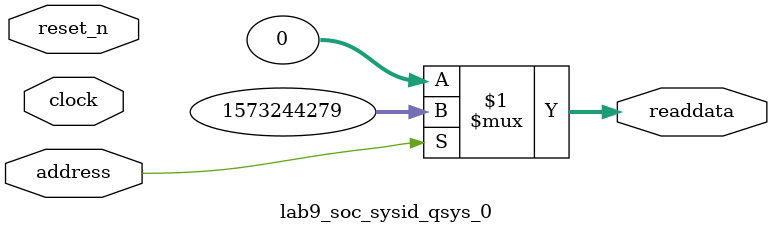
<source format=v>



// synthesis translate_off
`timescale 1ns / 1ps
// synthesis translate_on

// turn off superfluous verilog processor warnings 
// altera message_level Level1 
// altera message_off 10034 10035 10036 10037 10230 10240 10030 

module lab9_soc_sysid_qsys_0 (
               // inputs:
                address,
                clock,
                reset_n,

               // outputs:
                readdata
             )
;

  output  [ 31: 0] readdata;
  input            address;
  input            clock;
  input            reset_n;

  wire    [ 31: 0] readdata;
  //control_slave, which is an e_avalon_slave
  assign readdata = address ? 1573244279 : 0;

endmodule



</source>
